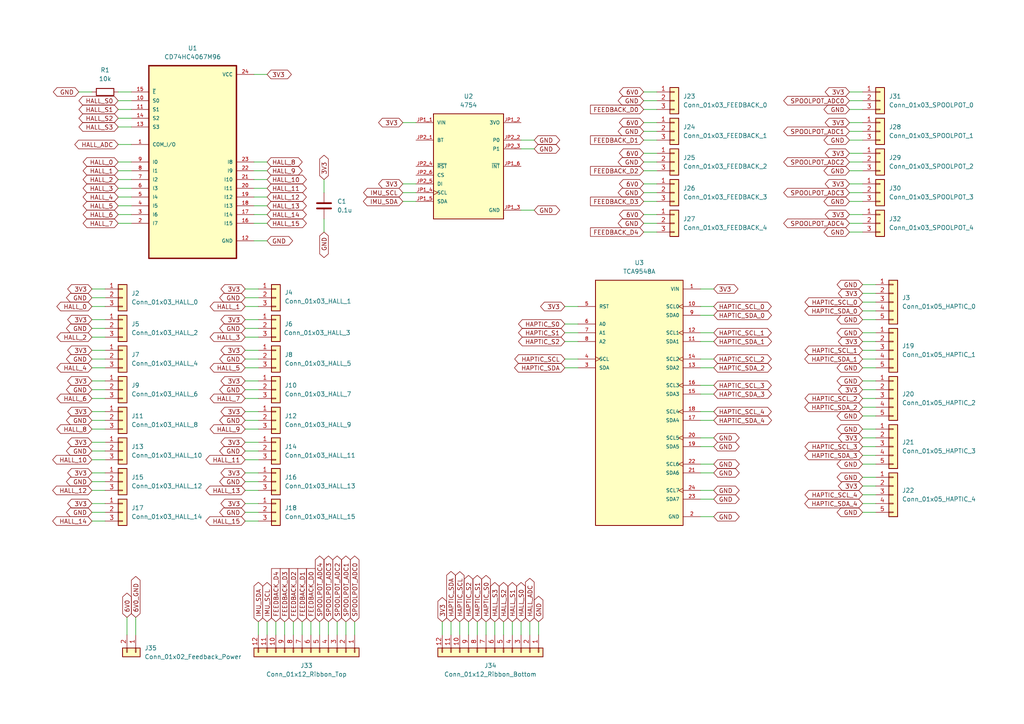
<source format=kicad_sch>
(kicad_sch (version 20231120) (generator "eeschema") (generator_version "8.0")
  (paper "A4")
  (wire (pts (xy 116.84 35.56) (xy 120.65 35.56)))
  (wire (pts (xy 26.67 88.9) (xy 30.48 88.9)))
  (wire (pts (xy 146.05 180.34) (xy 146.05 184.15)))
  (wire (pts (xy 34.29 31.75) (xy 38.1 31.75)))
  (wire (pts (xy 34.29 29.21) (xy 38.1 29.21)))
  (wire (pts (xy 153.67 180.34) (xy 153.67 184.15)))
  (wire (pts (xy 73.66 64.77) (xy 77.47 64.77)))
  (wire (pts (xy 203.2 114.3) (xy 207.01 114.3)))
  (wire (pts (xy 250.19 118.11) (xy 254 118.11)))
  (wire (pts (xy 250.19 124.46) (xy 254 124.46)))
  (wire (pts (xy 26.67 115.57) (xy 30.48 115.57)))
  (wire (pts (xy 135.89 180.34) (xy 135.89 184.15)))
  (wire (pts (xy 71.12 101.6) (xy 74.93 101.6)))
  (wire (pts (xy 143.51 180.34) (xy 143.51 184.15)))
  (wire (pts (xy 34.29 36.83) (xy 38.1 36.83)))
  (wire (pts (xy 246.38 67.31) (xy 250.19 67.31)))
  (wire (pts (xy 73.66 21.59) (xy 77.47 21.59)))
  (wire (pts (xy 26.67 95.25) (xy 30.48 95.25)))
  (wire (pts (xy 73.66 62.23) (xy 77.47 62.23)))
  (wire (pts (xy 203.2 127) (xy 207.01 127)))
  (wire (pts (xy 246.38 53.34) (xy 250.19 53.34)))
  (wire (pts (xy 130.81 180.34) (xy 130.81 184.15)))
  (wire (pts (xy 250.19 96.52) (xy 254 96.52)))
  (wire (pts (xy 203.2 121.92) (xy 207.01 121.92)))
  (wire (pts (xy 250.19 143.51) (xy 254 143.51)))
  (wire (pts (xy 71.12 88.9) (xy 74.93 88.9)))
  (wire (pts (xy 203.2 134.62) (xy 207.01 134.62)))
  (wire (pts (xy 203.2 144.78) (xy 207.01 144.78)))
  (wire (pts (xy 246.38 62.23) (xy 250.19 62.23)))
  (wire (pts (xy 71.12 139.7) (xy 74.93 139.7)))
  (wire (pts (xy 186.69 53.34) (xy 190.5 53.34)))
  (wire (pts (xy 156.21 180.34) (xy 156.21 184.15)))
  (wire (pts (xy 203.2 99.06) (xy 207.01 99.06)))
  (wire (pts (xy 95.25 180.34) (xy 95.25 184.15)))
  (wire (pts (xy 26.67 151.13) (xy 30.48 151.13)))
  (wire (pts (xy 186.69 26.67) (xy 190.5 26.67)))
  (wire (pts (xy 186.69 67.31) (xy 190.5 67.31)))
  (wire (pts (xy 77.47 180.34) (xy 77.47 184.15)))
  (wire (pts (xy 73.66 46.99) (xy 77.47 46.99)))
  (wire (pts (xy 102.87 180.34) (xy 102.87 184.15)))
  (wire (pts (xy 71.12 113.03) (xy 74.93 113.03)))
  (wire (pts (xy 34.29 62.23) (xy 38.1 62.23)))
  (wire (pts (xy 26.67 86.36) (xy 30.48 86.36)))
  (wire (pts (xy 186.69 58.42) (xy 190.5 58.42)))
  (wire (pts (xy 250.19 120.65) (xy 254 120.65)))
  (wire (pts (xy 93.98 52.07) (xy 93.98 55.88)))
  (wire (pts (xy 246.38 26.67) (xy 250.19 26.67)))
  (wire (pts (xy 71.12 124.46) (xy 74.93 124.46)))
  (wire (pts (xy 34.29 54.61) (xy 38.1 54.61)))
  (wire (pts (xy 203.2 119.38) (xy 207.01 119.38)))
  (wire (pts (xy 36.83 179.07) (xy 36.83 184.15)))
  (wire (pts (xy 26.67 139.7) (xy 30.48 139.7)))
  (wire (pts (xy 246.38 38.1) (xy 250.19 38.1)))
  (wire (pts (xy 71.12 95.25) (xy 74.93 95.25)))
  (wire (pts (xy 26.67 133.35) (xy 30.48 133.35)))
  (wire (pts (xy 203.2 91.44) (xy 207.01 91.44)))
  (wire (pts (xy 26.67 148.59) (xy 30.48 148.59)))
  (wire (pts (xy 186.69 31.75) (xy 190.5 31.75)))
  (wire (pts (xy 26.67 121.92) (xy 30.48 121.92)))
  (wire (pts (xy 250.19 115.57) (xy 254 115.57)))
  (wire (pts (xy 73.66 57.15) (xy 77.47 57.15)))
  (wire (pts (xy 203.2 104.14) (xy 207.01 104.14)))
  (wire (pts (xy 151.13 43.18) (xy 154.94 43.18)))
  (wire (pts (xy 71.12 148.59) (xy 74.93 148.59)))
  (wire (pts (xy 250.19 106.68) (xy 254 106.68)))
  (wire (pts (xy 26.67 101.6) (xy 30.48 101.6)))
  (wire (pts (xy 250.19 113.03) (xy 254 113.03)))
  (wire (pts (xy 97.79 180.34) (xy 97.79 184.15)))
  (wire (pts (xy 246.38 55.88) (xy 250.19 55.88)))
  (wire (pts (xy 34.29 52.07) (xy 38.1 52.07)))
  (wire (pts (xy 250.19 148.59) (xy 254 148.59)))
  (wire (pts (xy 246.38 46.99) (xy 250.19 46.99)))
  (wire (pts (xy 250.19 140.97) (xy 254 140.97)))
  (wire (pts (xy 186.69 55.88) (xy 190.5 55.88)))
  (wire (pts (xy 34.29 59.69) (xy 38.1 59.69)))
  (wire (pts (xy 203.2 88.9) (xy 207.01 88.9)))
  (wire (pts (xy 246.38 49.53) (xy 250.19 49.53)))
  (wire (pts (xy 82.55 180.34) (xy 82.55 184.15)))
  (wire (pts (xy 71.12 106.68) (xy 74.93 106.68)))
  (wire (pts (xy 34.29 57.15) (xy 38.1 57.15)))
  (wire (pts (xy 151.13 60.96) (xy 154.94 60.96)))
  (wire (pts (xy 250.19 127) (xy 254 127)))
  (wire (pts (xy 138.43 180.34) (xy 138.43 184.15)))
  (wire (pts (xy 71.12 128.27) (xy 74.93 128.27)))
  (wire (pts (xy 26.67 137.16) (xy 30.48 137.16)))
  (wire (pts (xy 74.93 180.34) (xy 74.93 184.15)))
  (wire (pts (xy 250.19 138.43) (xy 254 138.43)))
  (wire (pts (xy 80.01 180.34) (xy 80.01 184.15)))
  (wire (pts (xy 26.67 104.14) (xy 30.48 104.14)))
  (wire (pts (xy 71.12 110.49) (xy 74.93 110.49)))
  (wire (pts (xy 71.12 97.79) (xy 74.93 97.79)))
  (wire (pts (xy 71.12 115.57) (xy 74.93 115.57)))
  (wire (pts (xy 186.69 49.53) (xy 190.5 49.53)))
  (wire (pts (xy 73.66 52.07) (xy 77.47 52.07)))
  (wire (pts (xy 71.12 133.35) (xy 74.93 133.35)))
  (wire (pts (xy 250.19 110.49) (xy 254 110.49)))
  (wire (pts (xy 34.29 41.91) (xy 38.1 41.91)))
  (wire (pts (xy 250.19 104.14) (xy 254 104.14)))
  (wire (pts (xy 34.29 34.29) (xy 38.1 34.29)))
  (wire (pts (xy 203.2 129.54) (xy 207.01 129.54)))
  (wire (pts (xy 186.69 44.45) (xy 190.5 44.45)))
  (wire (pts (xy 90.17 180.34) (xy 90.17 184.15)))
  (wire (pts (xy 34.29 26.67) (xy 38.1 26.67)))
  (wire (pts (xy 71.12 119.38) (xy 74.93 119.38)))
  (wire (pts (xy 116.84 53.34) (xy 120.65 53.34)))
  (wire (pts (xy 163.83 104.14) (xy 167.64 104.14)))
  (wire (pts (xy 71.12 130.81) (xy 74.93 130.81)))
  (wire (pts (xy 246.38 29.21) (xy 250.19 29.21)))
  (wire (pts (xy 116.84 58.42) (xy 120.65 58.42)))
  (wire (pts (xy 250.19 132.08) (xy 254 132.08)))
  (wire (pts (xy 250.19 92.71) (xy 254 92.71)))
  (wire (pts (xy 186.69 40.64) (xy 190.5 40.64)))
  (wire (pts (xy 71.12 142.24) (xy 74.93 142.24)))
  (wire (pts (xy 34.29 49.53) (xy 38.1 49.53)))
  (wire (pts (xy 163.83 99.06) (xy 167.64 99.06)))
  (wire (pts (xy 186.69 29.21) (xy 190.5 29.21)))
  (wire (pts (xy 203.2 149.86) (xy 207.01 149.86)))
  (wire (pts (xy 246.38 31.75) (xy 250.19 31.75)))
  (wire (pts (xy 246.38 58.42) (xy 250.19 58.42)))
  (wire (pts (xy 22.86 26.67) (xy 26.67 26.67)))
  (wire (pts (xy 186.69 64.77) (xy 190.5 64.77)))
  (wire (pts (xy 26.67 142.24) (xy 30.48 142.24)))
  (wire (pts (xy 250.19 101.6) (xy 254 101.6)))
  (wire (pts (xy 250.19 82.55) (xy 254 82.55)))
  (wire (pts (xy 163.83 88.9) (xy 167.64 88.9)))
  (wire (pts (xy 26.67 128.27) (xy 30.48 128.27)))
  (wire (pts (xy 71.12 146.05) (xy 74.93 146.05)))
  (wire (pts (xy 186.69 62.23) (xy 190.5 62.23)))
  (wire (pts (xy 203.2 142.24) (xy 207.01 142.24)))
  (wire (pts (xy 151.13 40.64) (xy 154.94 40.64)))
  (wire (pts (xy 250.19 134.62) (xy 254 134.62)))
  (wire (pts (xy 26.67 119.38) (xy 30.48 119.38)))
  (wire (pts (xy 71.12 121.92) (xy 74.93 121.92)))
  (wire (pts (xy 73.66 69.85) (xy 77.47 69.85)))
  (wire (pts (xy 71.12 92.71) (xy 74.93 92.71)))
  (wire (pts (xy 26.67 97.79) (xy 30.48 97.79)))
  (wire (pts (xy 203.2 83.82) (xy 207.01 83.82)))
  (wire (pts (xy 250.19 85.09) (xy 254 85.09)))
  (wire (pts (xy 186.69 38.1) (xy 190.5 38.1)))
  (wire (pts (xy 26.67 106.68) (xy 30.48 106.68)))
  (wire (pts (xy 203.2 106.68) (xy 207.01 106.68)))
  (wire (pts (xy 26.67 110.49) (xy 30.48 110.49)))
  (wire (pts (xy 85.09 180.34) (xy 85.09 184.15)))
  (wire (pts (xy 151.13 180.34) (xy 151.13 184.15)))
  (wire (pts (xy 71.12 104.14) (xy 74.93 104.14)))
  (wire (pts (xy 26.67 146.05) (xy 30.48 146.05)))
  (wire (pts (xy 116.84 55.88) (xy 120.65 55.88)))
  (wire (pts (xy 87.63 180.34) (xy 87.63 184.15)))
  (wire (pts (xy 71.12 137.16) (xy 74.93 137.16)))
  (wire (pts (xy 100.33 180.34) (xy 100.33 184.15)))
  (wire (pts (xy 148.59 180.34) (xy 148.59 184.15)))
  (wire (pts (xy 203.2 137.16) (xy 207.01 137.16)))
  (wire (pts (xy 26.67 130.81) (xy 30.48 130.81)))
  (wire (pts (xy 92.71 180.34) (xy 92.71 184.15)))
  (wire (pts (xy 203.2 96.52) (xy 207.01 96.52)))
  (wire (pts (xy 26.67 92.71) (xy 30.48 92.71)))
  (wire (pts (xy 71.12 83.82) (xy 74.93 83.82)))
  (wire (pts (xy 250.19 90.17) (xy 254 90.17)))
  (wire (pts (xy 34.29 64.77) (xy 38.1 64.77)))
  (wire (pts (xy 186.69 46.99) (xy 190.5 46.99)))
  (wire (pts (xy 71.12 151.13) (xy 74.93 151.13)))
  (wire (pts (xy 250.19 99.06) (xy 254 99.06)))
  (wire (pts (xy 39.37 179.07) (xy 39.37 184.15)))
  (wire (pts (xy 93.98 63.5) (xy 93.98 67.31)))
  (wire (pts (xy 203.2 111.76) (xy 207.01 111.76)))
  (wire (pts (xy 246.38 44.45) (xy 250.19 44.45)))
  (wire (pts (xy 26.67 124.46) (xy 30.48 124.46)))
  (wire (pts (xy 250.19 146.05) (xy 254 146.05)))
  (wire (pts (xy 128.27 180.34) (xy 128.27 184.15)))
  (wire (pts (xy 71.12 86.36) (xy 74.93 86.36)))
  (wire (pts (xy 73.66 49.53) (xy 77.47 49.53)))
  (wire (pts (xy 133.35 180.34) (xy 133.35 184.15)))
  (wire (pts (xy 250.19 87.63) (xy 254 87.63)))
  (wire (pts (xy 140.97 180.34) (xy 140.97 184.15)))
  (wire (pts (xy 163.83 106.68) (xy 167.64 106.68)))
  (wire (pts (xy 246.38 64.77) (xy 250.19 64.77)))
  (wire (pts (xy 250.19 129.54) (xy 254 129.54)))
  (wire (pts (xy 163.83 96.52) (xy 167.64 96.52)))
  (wire (pts (xy 163.83 93.98) (xy 167.64 93.98)))
  (wire (pts (xy 246.38 35.56) (xy 250.19 35.56)))
  (wire (pts (xy 186.69 35.56) (xy 190.5 35.56)))
  (wire (pts (xy 34.29 46.99) (xy 38.1 46.99)))
  (wire (pts (xy 73.66 54.61) (xy 77.47 54.61)))
  (wire (pts (xy 246.38 40.64) (xy 250.19 40.64)))
  (wire (pts (xy 26.67 83.82) (xy 30.48 83.82)))
  (wire (pts (xy 73.66 59.69) (xy 77.47 59.69)))
  (wire (pts (xy 26.67 113.03) (xy 30.48 113.03)))
  (global_label "HAPTIC_SCL_2" (shape bidirectional) (at 250.19 115.57 180) (property "Intersheetrefs" "${INTERSHEET_REFS}" (effects (hide yes))))
  (global_label "HALL_11" (shape bidirectional) (at 77.47 54.61 0) (property "Intersheetrefs" "${INTERSHEET_REFS}" (effects (hide yes))))
  (global_label "HAPTIC_SDA_2" (shape bidirectional) (at 250.19 118.11 180) (property "Intersheetrefs" "${INTERSHEET_REFS}" (effects (hide yes))))
  (global_label "3V3" (shape bidirectional) (at 250.19 113.03 180) (property "Intersheetrefs" "${INTERSHEET_REFS}" (effects (hide yes))))
  (global_label "HAPTIC_SCL_0" (shape bidirectional) (at 250.19 87.63 180) (property "Intersheetrefs" "${INTERSHEET_REFS}" (effects (hide yes))))
  (global_label "FEEDBACK_D4" (shape input) (at 80.01 180.34 90) (property "Intersheetrefs" "${INTERSHEET_REFS}" (effects (hide yes))))
  (global_label "HALL_4" (shape bidirectional) (at 26.67 106.68 180) (property "Intersheetrefs" "${INTERSHEET_REFS}" (effects (hide yes))))
  (global_label "GND" (shape bidirectional) (at 250.19 110.49 180) (property "Intersheetrefs" "${INTERSHEET_REFS}" (effects (hide yes))))
  (global_label "HAPTIC_SDA_1" (shape bidirectional) (at 207.01 99.06 0) (property "Intersheetrefs" "${INTERSHEET_REFS}" (effects (hide yes))))
  (global_label "3V3" (shape bidirectional) (at 26.67 92.71 180) (property "Intersheetrefs" "${INTERSHEET_REFS}" (effects (hide yes))))
  (global_label "HALL_2" (shape bidirectional) (at 34.29 52.07 180) (property "Intersheetrefs" "${INTERSHEET_REFS}" (effects (hide yes))))
  (global_label "HALL_5" (shape bidirectional) (at 71.12 106.68 180) (property "Intersheetrefs" "${INTERSHEET_REFS}" (effects (hide yes))))
  (global_label "3V3" (shape bidirectional) (at 116.84 35.56 180) (property "Intersheetrefs" "${INTERSHEET_REFS}" (effects (hide yes))))
  (global_label "3V3" (shape bidirectional) (at 246.38 35.56 180) (property "Intersheetrefs" "${INTERSHEET_REFS}" (effects (hide yes))))
  (global_label "3V3" (shape bidirectional) (at 26.67 146.05 180) (property "Intersheetrefs" "${INTERSHEET_REFS}" (effects (hide yes))))
  (global_label "GND" (shape bidirectional) (at 71.12 148.59 180) (property "Intersheetrefs" "${INTERSHEET_REFS}" (effects (hide yes))))
  (global_label "GND" (shape bidirectional) (at 250.19 82.55 180) (property "Intersheetrefs" "${INTERSHEET_REFS}" (effects (hide yes))))
  (global_label "GND" (shape bidirectional) (at 26.67 95.25 180) (property "Intersheetrefs" "${INTERSHEET_REFS}" (effects (hide yes))))
  (global_label "HALL_ADC" (shape bidirectional) (at 153.67 180.34 90) (property "Intersheetrefs" "${INTERSHEET_REFS}" (effects (hide yes))))
  (global_label "SPOOLPOT_ADC3" (shape bidirectional) (at 95.25 180.34 90) (property "Intersheetrefs" "${INTERSHEET_REFS}" (effects (hide yes))))
  (global_label "HALL_12" (shape bidirectional) (at 77.47 57.15 0) (property "Intersheetrefs" "${INTERSHEET_REFS}" (effects (hide yes))))
  (global_label "GND" (shape bidirectional) (at 26.67 104.14 180) (property "Intersheetrefs" "${INTERSHEET_REFS}" (effects (hide yes))))
  (global_label "GND" (shape bidirectional) (at 186.69 38.1 180) (property "Intersheetrefs" "${INTERSHEET_REFS}" (effects (hide yes))))
  (global_label "GND" (shape bidirectional) (at 22.86 26.67 180) (property "Intersheetrefs" "${INTERSHEET_REFS}" (effects (hide yes))))
  (global_label "3V3" (shape bidirectional) (at 246.38 44.45 180) (property "Intersheetrefs" "${INTERSHEET_REFS}" (effects (hide yes))))
  (global_label "HALL_S1" (shape bidirectional) (at 34.29 31.75 180) (property "Intersheetrefs" "${INTERSHEET_REFS}" (effects (hide yes))))
  (global_label "IMU_SDA" (shape bidirectional) (at 74.93 180.34 90) (property "Intersheetrefs" "${INTERSHEET_REFS}" (effects (hide yes))))
  (global_label "GND" (shape bidirectional) (at 246.38 49.53 180) (property "Intersheetrefs" "${INTERSHEET_REFS}" (effects (hide yes))))
  (global_label "3V3" (shape bidirectional) (at 77.47 21.59 0) (property "Intersheetrefs" "${INTERSHEET_REFS}" (effects (hide yes))))
  (global_label "SPOOLPOT_ADC0" (shape bidirectional) (at 246.38 29.21 180) (property "Intersheetrefs" "${INTERSHEET_REFS}" (effects (hide yes))))
  (global_label "3V3" (shape bidirectional) (at 71.12 83.82 180) (property "Intersheetrefs" "${INTERSHEET_REFS}" (effects (hide yes))))
  (global_label "GND" (shape bidirectional) (at 246.38 58.42 180) (property "Intersheetrefs" "${INTERSHEET_REFS}" (effects (hide yes))))
  (global_label "GND" (shape bidirectional) (at 246.38 31.75 180) (property "Intersheetrefs" "${INTERSHEET_REFS}" (effects (hide yes))))
  (global_label "3V3" (shape bidirectional) (at 71.12 137.16 180) (property "Intersheetrefs" "${INTERSHEET_REFS}" (effects (hide yes))))
  (global_label "3V3" (shape bidirectional) (at 71.12 119.38 180) (property "Intersheetrefs" "${INTERSHEET_REFS}" (effects (hide yes))))
  (global_label "SPOOLPOT_ADC3" (shape bidirectional) (at 246.38 55.88 180) (property "Intersheetrefs" "${INTERSHEET_REFS}" (effects (hide yes))))
  (global_label "GND" (shape bidirectional) (at 250.19 138.43 180) (property "Intersheetrefs" "${INTERSHEET_REFS}" (effects (hide yes))))
  (global_label "GND" (shape bidirectional) (at 156.21 180.34 90) (property "Intersheetrefs" "${INTERSHEET_REFS}" (effects (hide yes))))
  (global_label "3V3" (shape bidirectional) (at 128.27 180.34 90) (property "Intersheetrefs" "${INTERSHEET_REFS}" (effects (hide yes))))
  (global_label "3V3" (shape bidirectional) (at 26.67 101.6 180) (property "Intersheetrefs" "${INTERSHEET_REFS}" (effects (hide yes))))
  (global_label "HALL_4" (shape bidirectional) (at 34.29 57.15 180) (property "Intersheetrefs" "${INTERSHEET_REFS}" (effects (hide yes))))
  (global_label "GND" (shape bidirectional) (at 207.01 137.16 0) (property "Intersheetrefs" "${INTERSHEET_REFS}" (effects (hide yes))))
  (global_label "6V0" (shape bidirectional) (at 186.69 62.23 180) (property "Intersheetrefs" "${INTERSHEET_REFS}" (effects (hide yes))))
  (global_label "GND" (shape bidirectional) (at 207.01 127 0) (property "Intersheetrefs" "${INTERSHEET_REFS}" (effects (hide yes))))
  (global_label "FEEDBACK_D1" (shape input) (at 87.63 180.34 90) (property "Intersheetrefs" "${INTERSHEET_REFS}" (effects (hide yes))))
  (global_label "HALL_5" (shape bidirectional) (at 34.29 59.69 180) (property "Intersheetrefs" "${INTERSHEET_REFS}" (effects (hide yes))))
  (global_label "GND" (shape bidirectional) (at 246.38 67.31 180) (property "Intersheetrefs" "${INTERSHEET_REFS}" (effects (hide yes))))
  (global_label "SPOOLPOT_ADC4" (shape bidirectional) (at 92.71 180.34 90) (property "Intersheetrefs" "${INTERSHEET_REFS}" (effects (hide yes))))
  (global_label "HALL_S1" (shape bidirectional) (at 148.59 180.34 90) (property "Intersheetrefs" "${INTERSHEET_REFS}" (effects (hide yes))))
  (global_label "HALL_S0" (shape bidirectional) (at 151.13 180.34 90) (property "Intersheetrefs" "${INTERSHEET_REFS}" (effects (hide yes))))
  (global_label "GND" (shape bidirectional) (at 71.12 139.7 180) (property "Intersheetrefs" "${INTERSHEET_REFS}" (effects (hide yes))))
  (global_label "IMU_SDA" (shape bidirectional) (at 116.84 58.42 180) (property "Intersheetrefs" "${INTERSHEET_REFS}" (effects (hide yes))))
  (global_label "3V3" (shape bidirectional) (at 71.12 128.27 180) (property "Intersheetrefs" "${INTERSHEET_REFS}" (effects (hide yes))))
  (global_label "3V3" (shape bidirectional) (at 246.38 62.23 180) (property "Intersheetrefs" "${INTERSHEET_REFS}" (effects (hide yes))))
  (global_label "GND" (shape bidirectional) (at 186.69 64.77 180) (property "Intersheetrefs" "${INTERSHEET_REFS}" (effects (hide yes))))
  (global_label "HALL_8" (shape bidirectional) (at 77.47 46.99 0) (property "Intersheetrefs" "${INTERSHEET_REFS}" (effects (hide yes))))
  (global_label "HAPTIC_SDA_0" (shape bidirectional) (at 250.19 90.17 180) (property "Intersheetrefs" "${INTERSHEET_REFS}" (effects (hide yes))))
  (global_label "3V3" (shape bidirectional) (at 250.19 99.06 180) (property "Intersheetrefs" "${INTERSHEET_REFS}" (effects (hide yes))))
  (global_label "HALL_13" (shape bidirectional) (at 71.12 142.24 180) (property "Intersheetrefs" "${INTERSHEET_REFS}" (effects (hide yes))))
  (global_label "GND" (shape bidirectional) (at 186.69 29.21 180) (property "Intersheetrefs" "${INTERSHEET_REFS}" (effects (hide yes))))
  (global_label "GND" (shape bidirectional) (at 207.01 129.54 0) (property "Intersheetrefs" "${INTERSHEET_REFS}" (effects (hide yes))))
  (global_label "FEEDBACK_D0" (shape input) (at 90.17 180.34 90) (property "Intersheetrefs" "${INTERSHEET_REFS}" (effects (hide yes))))
  (global_label "FEEDBACK_D0" (shape input) (at 186.69 31.75 180) (property "Intersheetrefs" "${INTERSHEET_REFS}" (effects (hide yes))))
  (global_label "HALL_7" (shape bidirectional) (at 71.12 115.57 180) (property "Intersheetrefs" "${INTERSHEET_REFS}" (effects (hide yes))))
  (global_label "HAPTIC_SDA" (shape bidirectional) (at 163.83 106.68 180) (property "Intersheetrefs" "${INTERSHEET_REFS}" (effects (hide yes))))
  (global_label "HALL_9" (shape bidirectional) (at 71.12 124.46 180) (property "Intersheetrefs" "${INTERSHEET_REFS}" (effects (hide yes))))
  (global_label "3V3" (shape bidirectional) (at 93.98 52.07 90) (property "Intersheetrefs" "${INTERSHEET_REFS}" (effects (hide yes))))
  (global_label "3V3" (shape bidirectional) (at 116.84 53.34 180) (property "Intersheetrefs" "${INTERSHEET_REFS}" (effects (hide yes))))
  (global_label "HAPTIC_SCL" (shape bidirectional) (at 133.35 180.34 90) (property "Intersheetrefs" "${INTERSHEET_REFS}" (effects (hide yes))))
  (global_label "GND" (shape bidirectional) (at 250.19 106.68 180) (property "Intersheetrefs" "${INTERSHEET_REFS}" (effects (hide yes))))
  (global_label "HALL_S2" (shape bidirectional) (at 34.29 34.29 180) (property "Intersheetrefs" "${INTERSHEET_REFS}" (effects (hide yes))))
  (global_label "GND" (shape bidirectional) (at 71.12 121.92 180) (property "Intersheetrefs" "${INTERSHEET_REFS}" (effects (hide yes))))
  (global_label "6V0" (shape bidirectional) (at 36.83 179.07 90) (property "Intersheetrefs" "${INTERSHEET_REFS}" (effects (hide yes))))
  (global_label "HAPTIC_S2" (shape bidirectional) (at 163.83 99.06 180) (property "Intersheetrefs" "${INTERSHEET_REFS}" (effects (hide yes))))
  (global_label "GND" (shape bidirectional) (at 207.01 134.62 0) (property "Intersheetrefs" "${INTERSHEET_REFS}" (effects (hide yes))))
  (global_label "6V0" (shape bidirectional) (at 186.69 35.56 180) (property "Intersheetrefs" "${INTERSHEET_REFS}" (effects (hide yes))))
  (global_label "HAPTIC_S0" (shape bidirectional) (at 140.97 180.34 90) (property "Intersheetrefs" "${INTERSHEET_REFS}" (effects (hide yes))))
  (global_label "HALL_3" (shape bidirectional) (at 34.29 54.61 180) (property "Intersheetrefs" "${INTERSHEET_REFS}" (effects (hide yes))))
  (global_label "GND" (shape bidirectional) (at 250.19 124.46 180) (property "Intersheetrefs" "${INTERSHEET_REFS}" (effects (hide yes))))
  (global_label "HALL_6" (shape bidirectional) (at 34.29 62.23 180) (property "Intersheetrefs" "${INTERSHEET_REFS}" (effects (hide yes))))
  (global_label "HAPTIC_SCL_0" (shape bidirectional) (at 207.01 88.9 0) (property "Intersheetrefs" "${INTERSHEET_REFS}" (effects (hide yes))))
  (global_label "3V3" (shape bidirectional) (at 26.67 119.38 180) (property "Intersheetrefs" "${INTERSHEET_REFS}" (effects (hide yes))))
  (global_label "HALL_8" (shape bidirectional) (at 26.67 124.46 180) (property "Intersheetrefs" "${INTERSHEET_REFS}" (effects (hide yes))))
  (global_label "GND" (shape bidirectional) (at 26.67 113.03 180) (property "Intersheetrefs" "${INTERSHEET_REFS}" (effects (hide yes))))
  (global_label "HAPTIC_S2" (shape bidirectional) (at 135.89 180.34 90) (property "Intersheetrefs" "${INTERSHEET_REFS}" (effects (hide yes))))
  (global_label "HALL_14" (shape bidirectional) (at 77.47 62.23 0) (property "Intersheetrefs" "${INTERSHEET_REFS}" (effects (hide yes))))
  (global_label "GND" (shape bidirectional) (at 207.01 142.24 0) (property "Intersheetrefs" "${INTERSHEET_REFS}" (effects (hide yes))))
  (global_label "IMU_SCL" (shape bidirectional) (at 116.84 55.88 180) (property "Intersheetrefs" "${INTERSHEET_REFS}" (effects (hide yes))))
  (global_label "HALL_15" (shape bidirectional) (at 77.47 64.77 0) (property "Intersheetrefs" "${INTERSHEET_REFS}" (effects (hide yes))))
  (global_label "GND" (shape bidirectional) (at 71.12 113.03 180) (property "Intersheetrefs" "${INTERSHEET_REFS}" (effects (hide yes))))
  (global_label "HALL_6" (shape bidirectional) (at 26.67 115.57 180) (property "Intersheetrefs" "${INTERSHEET_REFS}" (effects (hide yes))))
  (global_label "HALL_ADC" (shape bidirectional) (at 34.29 41.91 180) (property "Intersheetrefs" "${INTERSHEET_REFS}" (effects (hide yes))))
  (global_label "FEEDBACK_D4" (shape input) (at 186.69 67.31 180) (property "Intersheetrefs" "${INTERSHEET_REFS}" (effects (hide yes))))
  (global_label "FEEDBACK_D2" (shape input) (at 85.09 180.34 90) (property "Intersheetrefs" "${INTERSHEET_REFS}" (effects (hide yes))))
  (global_label "6V0_GND" (shape bidirectional) (at 39.37 179.07 90) (property "Intersheetrefs" "${INTERSHEET_REFS}" (effects (hide yes))))
  (global_label "HALL_S3" (shape bidirectional) (at 34.29 36.83 180) (property "Intersheetrefs" "${INTERSHEET_REFS}" (effects (hide yes))))
  (global_label "IMU_SCL" (shape bidirectional) (at 77.47 180.34 90) (property "Intersheetrefs" "${INTERSHEET_REFS}" (effects (hide yes))))
  (global_label "HAPTIC_SCL_4" (shape bidirectional) (at 207.01 119.38 0) (property "Intersheetrefs" "${INTERSHEET_REFS}" (effects (hide yes))))
  (global_label "FEEDBACK_D2" (shape input) (at 186.69 49.53 180) (property "Intersheetrefs" "${INTERSHEET_REFS}" (effects (hide yes))))
  (global_label "GND" (shape bidirectional) (at 154.94 60.96 0) (property "Intersheetrefs" "${INTERSHEET_REFS}" (effects (hide yes))))
  (global_label "3V3" (shape bidirectional) (at 71.12 146.05 180) (property "Intersheetrefs" "${INTERSHEET_REFS}" (effects (hide yes))))
  (global_label "3V3" (shape bidirectional) (at 26.67 110.49 180) (property "Intersheetrefs" "${INTERSHEET_REFS}" (effects (hide yes))))
  (global_label "HALL_12" (shape bidirectional) (at 26.67 142.24 180) (property "Intersheetrefs" "${INTERSHEET_REFS}" (effects (hide yes))))
  (global_label "GND" (shape bidirectional) (at 71.12 104.14 180) (property "Intersheetrefs" "${INTERSHEET_REFS}" (effects (hide yes))))
  (global_label "3V3" (shape bidirectional) (at 26.67 83.82 180) (property "Intersheetrefs" "${INTERSHEET_REFS}" (effects (hide yes))))
  (global_label "SPOOLPOT_ADC2" (shape bidirectional) (at 246.38 46.99 180) (property "Intersheetrefs" "${INTERSHEET_REFS}" (effects (hide yes))))
  (global_label "3V3" (shape bidirectional) (at 71.12 101.6 180) (property "Intersheetrefs" "${INTERSHEET_REFS}" (effects (hide yes))))
  (global_label "HAPTIC_SCL_3" (shape bidirectional) (at 250.19 129.54 180) (property "Intersheetrefs" "${INTERSHEET_REFS}" (effects (hide yes))))
  (global_label "HAPTIC_SCL_2" (shape bidirectional) (at 207.01 104.14 0) (property "Intersheetrefs" "${INTERSHEET_REFS}" (effects (hide yes))))
  (global_label "HAPTIC_SCL_3" (shape bidirectional) (at 207.01 111.76 0) (property "Intersheetrefs" "${INTERSHEET_REFS}" (effects (hide yes))))
  (global_label "HAPTIC_SCL_4" (shape bidirectional) (at 250.19 143.51 180) (property "Intersheetrefs" "${INTERSHEET_REFS}" (effects (hide yes))))
  (global_label "6V0" (shape bidirectional) (at 186.69 53.34 180) (property "Intersheetrefs" "${INTERSHEET_REFS}" (effects (hide yes))))
  (global_label "FEEDBACK_D1" (shape input) (at 186.69 40.64 180) (property "Intersheetrefs" "${INTERSHEET_REFS}" (effects (hide yes))))
  (global_label "HALL_S0" (shape bidirectional) (at 34.29 29.21 180) (property "Intersheetrefs" "${INTERSHEET_REFS}" (effects (hide yes))))
  (global_label "HAPTIC_SDA_2" (shape bidirectional) (at 207.01 106.68 0) (property "Intersheetrefs" "${INTERSHEET_REFS}" (effects (hide yes))))
  (global_label "SPOOLPOT_ADC4" (shape bidirectional) (at 246.38 64.77 180) (property "Intersheetrefs" "${INTERSHEET_REFS}" (effects (hide yes))))
  (global_label "GND" (shape bidirectional) (at 250.19 148.59 180) (property "Intersheetrefs" "${INTERSHEET_REFS}" (effects (hide yes))))
  (global_label "HAPTIC_SCL_1" (shape bidirectional) (at 250.19 101.6 180) (property "Intersheetrefs" "${INTERSHEET_REFS}" (effects (hide yes))))
  (global_label "GND" (shape bidirectional) (at 71.12 130.81 180) (property "Intersheetrefs" "${INTERSHEET_REFS}" (effects (hide yes))))
  (global_label "HALL_S3" (shape bidirectional) (at 143.51 180.34 90) (property "Intersheetrefs" "${INTERSHEET_REFS}" (effects (hide yes))))
  (global_label "GND" (shape bidirectional) (at 71.12 95.25 180) (property "Intersheetrefs" "${INTERSHEET_REFS}" (effects (hide yes))))
  (global_label "GND" (shape bidirectional) (at 250.19 120.65 180) (property "Intersheetrefs" "${INTERSHEET_REFS}" (effects (hide yes))))
  (global_label "GND" (shape bidirectional) (at 71.12 86.36 180) (property "Intersheetrefs" "${INTERSHEET_REFS}" (effects (hide yes))))
  (global_label "3V3" (shape bidirectional) (at 163.83 88.9 180) (property "Intersheetrefs" "${INTERSHEET_REFS}" (effects (hide yes))))
  (global_label "HALL_S2" (shape bidirectional) (at 146.05 180.34 90) (property "Intersheetrefs" "${INTERSHEET_REFS}" (effects (hide yes))))
  (global_label "HALL_9" (shape bidirectional) (at 77.47 49.53 0) (property "Intersheetrefs" "${INTERSHEET_REFS}" (effects (hide yes))))
  (global_label "HAPTIC_SDA_0" (shape bidirectional) (at 207.01 91.44 0) (property "Intersheetrefs" "${INTERSHEET_REFS}" (effects (hide yes))))
  (global_label "GND" (shape bidirectional) (at 246.38 40.64 180) (property "Intersheetrefs" "${INTERSHEET_REFS}" (effects (hide yes))))
  (global_label "GND" (shape bidirectional) (at 93.98 67.31 270) (property "Intersheetrefs" "${INTERSHEET_REFS}" (effects (hide yes))))
  (global_label "GND" (shape bidirectional) (at 26.67 148.59 180) (property "Intersheetrefs" "${INTERSHEET_REFS}" (effects (hide yes))))
  (global_label "FEEDBACK_D3" (shape input) (at 82.55 180.34 90) (property "Intersheetrefs" "${INTERSHEET_REFS}" (effects (hide yes))))
  (global_label "3V3" (shape bidirectional) (at 26.67 128.27 180) (property "Intersheetrefs" "${INTERSHEET_REFS}" (effects (hide yes))))
  (global_label "3V3" (shape bidirectional) (at 250.19 127 180) (property "Intersheetrefs" "${INTERSHEET_REFS}" (effects (hide yes))))
  (global_label "3V3" (shape bidirectional) (at 246.38 26.67 180) (property "Intersheetrefs" "${INTERSHEET_REFS}" (effects (hide yes))))
  (global_label "6V0" (shape bidirectional) (at 186.69 44.45 180) (property "Intersheetrefs" "${INTERSHEET_REFS}" (effects (hide yes))))
  (global_label "HAPTIC_S1" (shape bidirectional) (at 163.83 96.52 180) (property "Intersheetrefs" "${INTERSHEET_REFS}" (effects (hide yes))))
  (global_label "HAPTIC_SDA_3" (shape bidirectional) (at 250.19 132.08 180) (property "Intersheetrefs" "${INTERSHEET_REFS}" (effects (hide yes))))
  (global_label "3V3" (shape bidirectional) (at 71.12 110.49 180) (property "Intersheetrefs" "${INTERSHEET_REFS}" (effects (hide yes))))
  (global_label "HALL_11" (shape bidirectional) (at 71.12 133.35 180) (property "Intersheetrefs" "${INTERSHEET_REFS}" (effects (hide yes))))
  (global_label "HALL_10" (shape bidirectional) (at 77.47 52.07 0) (property "Intersheetrefs" "${INTERSHEET_REFS}" (effects (hide yes))))
  (global_label "3V3" (shape bidirectional) (at 246.38 53.34 180) (property "Intersheetrefs" "${INTERSHEET_REFS}" (effects (hide yes))))
  (global_label "HALL_10" (shape bidirectional) (at 26.67 133.35 180) (property "Intersheetrefs" "${INTERSHEET_REFS}" (effects (hide yes))))
  (global_label "GND" (shape bidirectional) (at 77.47 69.85 0) (property "Intersheetrefs" "${INTERSHEET_REFS}" (effects (hide yes))))
  (global_label "SPOOLPOT_ADC1" (shape bidirectional) (at 100.33 180.34 90) (property "Intersheetrefs" "${INTERSHEET_REFS}" (effects (hide yes))))
  (global_label "SPOOLPOT_ADC1" (shape bidirectional) (at 246.38 38.1 180) (property "Intersheetrefs" "${INTERSHEET_REFS}" (effects (hide yes))))
  (global_label "HALL_15" (shape bidirectional) (at 71.12 151.13 180) (property "Intersheetrefs" "${INTERSHEET_REFS}" (effects (hide yes))))
  (global_label "GND" (shape bidirectional) (at 207.01 144.78 0) (property "Intersheetrefs" "${INTERSHEET_REFS}" (effects (hide yes))))
  (global_label "GND" (shape bidirectional) (at 207.01 149.86 0) (property "Intersheetrefs" "${INTERSHEET_REFS}" (effects (hide yes))))
  (global_label "HAPTIC_SDA" (shape bidirectional) (at 130.81 180.34 90) (property "Intersheetrefs" "${INTERSHEET_REFS}" (effects (hide yes))))
  (global_label "HAPTIC_SDA_4" (shape bidirectional) (at 207.01 121.92 0) (property "Intersheetrefs" "${INTERSHEET_REFS}" (effects (hide yes))))
  (global_label "3V3" (shape bidirectional) (at 207.01 83.82 0) (property "Intersheetrefs" "${INTERSHEET_REFS}" (effects (hide yes))))
  (global_label "GND" (shape bidirectional) (at 250.19 92.71 180) (property "Intersheetrefs" "${INTERSHEET_REFS}" (effects (hide yes))))
  (global_label "HALL_1" (shape bidirectional) (at 34.29 49.53 180) (property "Intersheetrefs" "${INTERSHEET_REFS}" (effects (hide yes))))
  (global_label "HAPTIC_SCL_1" (shape bidirectional) (at 207.01 96.52 0) (property "Intersheetrefs" "${INTERSHEET_REFS}" (effects (hide yes))))
  (global_label "3V3" (shape bidirectional) (at 250.19 85.09 180) (property "Intersheetrefs" "${INTERSHEET_REFS}" (effects (hide yes))))
  (global_label "FEEDBACK_D3" (shape input) (at 186.69 58.42 180) (property "Intersheetrefs" "${INTERSHEET_REFS}" (effects (hide yes))))
  (global_label "3V3" (shape bidirectional) (at 71.12 92.71 180) (property "Intersheetrefs" "${INTERSHEET_REFS}" (effects (hide yes))))
  (global_label "GND" (shape bidirectional) (at 186.69 55.88 180) (property "Intersheetrefs" "${INTERSHEET_REFS}" (effects (hide yes))))
  (global_label "HAPTIC_SDA_4" (shape bidirectional) (at 250.19 146.05 180) (property "Intersheetrefs" "${INTERSHEET_REFS}" (effects (hide yes))))
  (global_label "6V0" (shape bidirectional) (at 186.69 26.67 180) (property "Intersheetrefs" "${INTERSHEET_REFS}" (effects (hide yes))))
  (global_label "HALL_1" (shape bidirectional) (at 71.12 88.9 180) (property "Intersheetrefs" "${INTERSHEET_REFS}" (effects (hide yes))))
  (global_label "HALL_0" (shape bidirectional) (at 26.67 88.9 180) (property "Intersheetrefs" "${INTERSHEET_REFS}" (effects (hide yes))))
  (global_label "HALL_2" (shape bidirectional) (at 26.67 97.79 180) (property "Intersheetrefs" "${INTERSHEET_REFS}" (effects (hide yes))))
  (global_label "3V3" (shape bidirectional) (at 26.67 137.16 180) (property "Intersheetrefs" "${INTERSHEET_REFS}" (effects (hide yes))))
  (global_label "HALL_14" (shape bidirectional) (at 26.67 151.13 180) (property "Intersheetrefs" "${INTERSHEET_REFS}" (effects (hide yes))))
  (global_label "GND" (shape bidirectional) (at 154.94 43.18 0) (property "Intersheetrefs" "${INTERSHEET_REFS}" (effects (hide yes))))
  (global_label "HALL_7" (shape bidirectional) (at 34.29 64.77 180) (property "Intersheetrefs" "${INTERSHEET_REFS}" (effects (hide yes))))
  (global_label "SPOOLPOT_ADC2" (shape bidirectional) (at 97.79 180.34 90) (property "Intersheetrefs" "${INTERSHEET_REFS}" (effects (hide yes))))
  (global_label "HAPTIC_SDA_1" (shape bidirectional) (at 250.19 104.14 180) (property "Intersheetrefs" "${INTERSHEET_REFS}" (effects (hide yes))))
  (global_label "GND" (shape bidirectional) (at 250.19 96.52 180) (property "Intersheetrefs" "${INTERSHEET_REFS}" (effects (hide yes))))
  (global_label "GND" (shape bidirectional) (at 26.67 139.7 180) (property "Intersheetrefs" "${INTERSHEET_REFS}" (effects (hide yes))))
  (global_label "HALL_13" (shape bidirectional) (at 77.47 59.69 0) (property "Intersheetrefs" "${INTERSHEET_REFS}" (effects (hide yes))))
  (global_label "HAPTIC_SDA_3" (shape bidirectional) (at 207.01 114.3 0) (property "Intersheetrefs" "${INTERSHEET_REFS}" (effects (hide yes))))
  (global_label "HAPTIC_S0" (shape bidirectional) (at 163.83 93.98 180) (property "Intersheetrefs" "${INTERSHEET_REFS}" (effects (hide yes))))
  (global_label "GND" (shape bidirectional) (at 154.94 40.64 0) (property "Intersheetrefs" "${INTERSHEET_REFS}" (effects (hide yes))))
  (global_label "GND" (shape bidirectional) (at 26.67 121.92 180) (property "Intersheetrefs" "${INTERSHEET_REFS}" (effects (hide yes))))
  (global_label "GND" (shape bidirectional) (at 250.19 134.62 180) (property "Intersheetrefs" "${INTERSHEET_REFS}" (effects (hide yes))))
  (global_label "3V3" (shape bidirectional) (at 250.19 140.97 180) (property "Intersheetrefs" "${INTERSHEET_REFS}" (effects (hide yes))))
  (global_label "HAPTIC_S1" (shape bidirectional) (at 138.43 180.34 90) (property "Intersheetrefs" "${INTERSHEET_REFS}" (effects (hide yes))))
  (global_label "GND" (shape bidirectional) (at 26.67 86.36 180) (property "Intersheetrefs" "${INTERSHEET_REFS}" (effects (hide yes))))
  (global_label "GND" (shape bidirectional) (at 26.67 130.81 180) (property "Intersheetrefs" "${INTERSHEET_REFS}" (effects (hide yes))))
  (global_label "HALL_3" (shape bidirectional) (at 71.12 97.79 180) (property "Intersheetrefs" "${INTERSHEET_REFS}" (effects (hide yes))))
  (global_label "HAPTIC_SCL" (shape bidirectional) (at 163.83 104.14 180) (property "Intersheetrefs" "${INTERSHEET_REFS}" (effects (hide yes))))
  (global_label "HALL_0" (shape bidirectional) (at 34.29 46.99 180) (property "Intersheetrefs" "${INTERSHEET_REFS}" (effects (hide yes))))
  (global_label "SPOOLPOT_ADC0" (shape bidirectional) (at 102.87 180.34 90) (property "Intersheetrefs" "${INTERSHEET_REFS}" (effects (hide yes))))
  (global_label "GND" (shape bidirectional) (at 186.69 46.99 180) (property "Intersheetrefs" "${INTERSHEET_REFS}" (effects (hide yes))))
  (symbol (lib_id "Connector_Generic:Conn_01x03") (at 35.56 104.14 0) (unit 1)
    (property "Reference" "J7" (at 38.1 102.8699 0) (effects (justify left)))
    (property "Value" "Conn_01x03_HALL_4" (at 38.1 105.4099 0) (effects (justify left)))
    (property "Footprint" "SM03B-SRSS-TB:JST_SM03B-SRSS-TB_LF__SN_" (effects (hide yes)))
    (property "Description" "Generic connector, single row, 01x03, script generated (kicad-library-utils/schlib/autogen/connector/)" (effects (hide yes)))
  )
  (symbol (lib_id "Connector_Generic:Conn_01x02") (at 39.37 189.23 270) (unit 1)
    (property "Reference" "J35" (at 41.91 187.9599 90) (effects (justify left)))
    (property "Value" "Conn_01x02_Feedback_Power" (at 41.91 190.4999 90) (effects (justify left)))
    (property "Footprint" "Connector_PinHeader_2.54mm:PinHeader_1x02_P2.54mm_Vertical_SMD_Pin1Left" (effects (hide yes)))
    (property "Description" "Generic connector, single row, 01x02, script generated (kicad-library-utils/schlib/autogen/connector/)" (effects (hide yes)))
  )
  (symbol (lib_id "Connector_Generic:Conn_01x03") (at 35.56 95.25 0) (unit 1)
    (property "Reference" "J5" (at 38.1 93.9799 0) (effects (justify left)))
    (property "Value" "Conn_01x03_HALL_2" (at 38.1 96.5199 0) (effects (justify left)))
    (property "Footprint" "SM03B-SRSS-TB:JST_SM03B-SRSS-TB_LF__SN_" (effects (hide yes)))
    (property "Description" "Generic connector, single row, 01x03, script generated (kicad-library-utils/schlib/autogen/connector/)" (effects (hide yes)))
  )
  (symbol (lib_id "Connector_Generic:Conn_01x03") (at 80.01 130.81 0) (unit 1)
    (property "Reference" "J14" (at 82.55 129.5399 0) (effects (justify left)))
    (property "Value" "Conn_01x03_HALL_11" (at 82.55 132.0799 0) (effects (justify left)))
    (property "Footprint" "SM03B-SRSS-TB:JST_SM03B-SRSS-TB_LF__SN_" (effects (hide yes)))
    (property "Description" "Generic connector, single row, 01x03, script generated (kicad-library-utils/schlib/autogen/connector/)" (effects (hide yes)))
  )
  (symbol (lib_id "Connector_Generic:Conn_01x03") (at 35.56 113.03 0) (unit 1)
    (property "Reference" "J9" (at 38.1 111.7599 0) (effects (justify left)))
    (property "Value" "Conn_01x03_HALL_6" (at 38.1 114.2999 0) (effects (justify left)))
    (property "Footprint" "SM03B-SRSS-TB:JST_SM03B-SRSS-TB_LF__SN_" (effects (hide yes)))
    (property "Description" "Generic connector, single row, 01x03, script generated (kicad-library-utils/schlib/autogen/connector/)" (effects (hide yes)))
  )
  (symbol (lib_id "Connector_Generic:Conn_01x03") (at 35.56 139.7 0) (unit 1)
    (property "Reference" "J15" (at 38.1 138.4299 0) (effects (justify left)))
    (property "Value" "Conn_01x03_HALL_12" (at 38.1 140.9699 0) (effects (justify left)))
    (property "Footprint" "SM03B-SRSS-TB:JST_SM03B-SRSS-TB_LF__SN_" (effects (hide yes)))
    (property "Description" "Generic connector, single row, 01x03, script generated (kicad-library-utils/schlib/autogen/connector/)" (effects (hide yes)))
  )
  (symbol (lib_id "Connector_Generic:Conn_01x12") (at 143.51 189.23 270) (unit 1)
    (property "Reference" "J34" (at 142.24 193.04 90))
    (property "Value" "Conn_01x12_Ribbon_Bottom" (at 142.24 195.58 90))
    (property "Footprint" "0522071233:0522071233" (effects (hide yes)))
    (property "Description" "Generic connector, single row, 01x12, script generated (kicad-library-utils/schlib/autogen/connector/)" (effects (hide yes)))
  )
  (symbol (lib_id "Connector_Generic:Conn_01x03") (at 195.58 64.77 0) (unit 1)
    (property "Reference" "J27" (at 198.12 63.4999 0) (effects (justify left)))
    (property "Value" "Conn_01x03_FEEDBACK_4" (at 198.12 66.0399 0) (effects (justify left)))
    (property "Footprint" "SM03B-SRSS-TB:JST_SM03B-SRSS-TB_LF__SN_" (effects (hide yes)))
    (property "Description" "Generic connector, single row, 01x03, script generated (kicad-library-utils/schlib/autogen/connector/)" (effects (hide yes)))
  )
  (symbol (lib_id "Connector_Generic:Conn_01x12") (at 90.17 189.23 270) (unit 1)
    (property "Reference" "J33" (at 88.9 193.04 90))
    (property "Value" "Conn_01x12_Ribbon_Top" (at 88.9 195.58 90))
    (property "Footprint" "0522071233:0522071233" (effects (hide yes)))
    (property "Description" "Generic connector, single row, 01x12, script generated (kicad-library-utils/schlib/autogen/connector/)" (effects (hide yes)))
  )
  (symbol (lib_id "Connector_Generic:Conn_01x05") (at 259.08 115.57 0) (unit 1)
    (property "Reference" "J20" (at 261.62 114.2999 0) (effects (justify left)))
    (property "Value" "Conn_01x05_HAPTIC_2" (at 261.62 116.8399 0) (effects (justify left)))
    (property "Footprint" "SM05B-SRSS-TB:JST_SM05B-SRSS-TB_LF__SN_" (effects (hide yes)))
    (property "Description" "Generic connector, single row, 01x05, script generated (kicad-library-utils/schlib/autogen/connector/)" (effects (hide yes)))
  )
  (symbol (lib_id "Connector_Generic:Conn_01x05") (at 259.08 87.63 0) (unit 1)
    (property "Reference" "J3" (at 261.62 86.3599 0) (effects (justify left)))
    (property "Value" "Conn_01x05_HAPTIC_0" (at 261.62 88.8999 0) (effects (justify left)))
    (property "Footprint" "SM05B-SRSS-TB:JST_SM05B-SRSS-TB_LF__SN_" (effects (hide yes)))
    (property "Description" "Generic connector, single row, 01x05, script generated (kicad-library-utils/schlib/autogen/connector/)" (effects (hide yes)))
  )
  (symbol (lib_id "Connector_Generic:Conn_01x03") (at 80.01 104.14 0) (unit 1)
    (property "Reference" "J8" (at 82.55 102.8699 0) (effects (justify left)))
    (property "Value" "Conn_01x03_HALL_5" (at 82.55 105.4099 0) (effects (justify left)))
    (property "Footprint" "SM03B-SRSS-TB:JST_SM03B-SRSS-TB_LF__SN_" (effects (hide yes)))
    (property "Description" "Generic connector, single row, 01x03, script generated (kicad-library-utils/schlib/autogen/connector/)" (effects (hide yes)))
  )
  (symbol (lib_id "Connector_Generic:Conn_01x03") (at 255.27 29.21 0) (unit 1)
    (property "Reference" "J31" (at 257.81 27.9399 0) (effects (justify left)))
    (property "Value" "Conn_01x03_SPOOLPOT_0" (at 257.81 30.4799 0) (effects (justify left)))
    (property "Footprint" "SM03B-SRSS-TB:JST_SM03B-SRSS-TB_LF__SN_" (effects (hide yes)))
    (property "Description" "Generic connector, single row, 01x03, script generated (kicad-library-utils/schlib/autogen/connector/)" (effects (hide yes)))
  )
  (symbol (lib_id "Connector_Generic:Conn_01x05") (at 259.08 129.54 0) (unit 1)
    (property "Reference" "J21" (at 261.62 128.2699 0) (effects (justify left)))
    (property "Value" "Conn_01x05_HAPTIC_3" (at 261.62 130.8099 0) (effects (justify left)))
    (property "Footprint" "SM05B-SRSS-TB:JST_SM05B-SRSS-TB_LF__SN_" (effects (hide yes)))
    (property "Description" "Generic connector, single row, 01x05, script generated (kicad-library-utils/schlib/autogen/connector/)" (effects (hide yes)))
  )
  (symbol (lib_id "Connector_Generic:Conn_01x05") (at 259.08 143.51 0) (unit 1)
    (property "Reference" "J22" (at 261.62 142.2399 0) (effects (justify left)))
    (property "Value" "Conn_01x05_HAPTIC_4" (at 261.62 144.7799 0) (effects (justify left)))
    (property "Footprint" "SM05B-SRSS-TB:JST_SM05B-SRSS-TB_LF__SN_" (effects (hide yes)))
    (property "Description" "Generic connector, single row, 01x05, script generated (kicad-library-utils/schlib/autogen/connector/)" (effects (hide yes)))
  )
  (symbol (lib_id "Connector_Generic:Conn_01x03") (at 35.56 121.92 0) (unit 1)
    (property "Reference" "J11" (at 38.1 120.6499 0) (effects (justify left)))
    (property "Value" "Conn_01x03_HALL_8" (at 38.1 123.1899 0) (effects (justify left)))
    (property "Footprint" "SM03B-SRSS-TB:JST_SM03B-SRSS-TB_LF__SN_" (effects (hide yes)))
    (property "Description" "Generic connector, single row, 01x03, script generated (kicad-library-utils/schlib/autogen/connector/)" (effects (hide yes)))
  )
  (symbol (lib_id "Connector_Generic:Conn_01x03") (at 80.01 86.36 0) (unit 1)
    (property "Reference" "J4" (at 82.55 84.836 0) (effects (justify left)))
    (property "Value" "Conn_01x03_HALL_1" (at 82.55 87.376 0) (effects (justify left)))
    (property "Footprint" "SM03B-SRSS-TB:JST_SM03B-SRSS-TB_LF__SN_" (effects (hide yes)))
    (property "Description" "Generic connector, single row, 01x03, script generated (kicad-library-utils/schlib/autogen/connector/)" (effects (hide yes)))
  )
  (symbol (lib_id "Connector_Generic:Conn_01x03") (at 255.27 38.1 0) (unit 1)
    (property "Reference" "J28" (at 257.81 36.8299 0) (effects (justify left)))
    (property "Value" "Conn_01x03_SPOOLPOT_1" (at 257.81 39.3699 0) (effects (justify left)))
    (property "Footprint" "SM03B-SRSS-TB:JST_SM03B-SRSS-TB_LF__SN_" (effects (hide yes)))
    (property "Description" "Generic connector, single row, 01x03, script generated (kicad-library-utils/schlib/autogen/connector/)" (effects (hide yes)))
  )
  (symbol (lib_id "CD74HC4067M96:CD74HC4067M96") (at 55.88 46.99 0) (unit 1)
    (property "Reference" "U1" (at 55.88 13.97 0))
    (property "Value" "CD74HC4067M96" (at 55.88 16.51 0))
    (property "Footprint" "CD74HC4067M96:SOIC127P1030X265-24N" (effects (hide yes)))
    (property "MF" "Texas Instruments" (effects (hide yes)))
    (property "Description_1" "\n5V, 16:1, single channel analog multiplexer\n" (effects (hide yes)))
    (property "Package" "SOIC-24 Texas Instruments" (effects (hide yes)))
    (property "Price" "None" (effects (hide yes)))
    (property "SnapEDA_Link" "https://www.snapeda.com/parts/CD74HC4067M96/Texas+Instruments/view-part/?ref=snap" (effects (hide yes)))
    (property "MP" "CD74HC4067M96" (effects (hide yes)))
    (property "Availability" "In Stock" (effects (hide yes)))
    (property "Check_prices" "https://www.snapeda.com/parts/CD74HC4067M96/Texas+Instruments/view-part/?ref=eda" (effects (hide yes)))
  )
  (symbol (lib_id "TCA9548A:2717") (at 185.42 116.84 0) (unit 1)
    (property "Reference" "U3" (at 185.42 76.2 0))
    (property "Value" "TCA9548A" (at 185.42 78.74 0))
    (property "Footprint" "TCA9548A:MODULE_2717" (effects (hide yes)))
    (property "MF" "Adafruit" (effects (hide yes)))
    (property "MAXIMUM_PACKAGE_HEIGHT" "2.7mm" (effects (hide yes)))
    (property "Package" "None" (effects (hide yes)))
    (property "Price" "None" (effects (hide yes)))
    (property "Check_prices" "https://www.snapeda.com/parts/2717/Adafruit+Industries+LLC/view-part/?ref=eda" (effects (hide yes)))
    (property "STANDARD" "Manufacturer Recommendations" (effects (hide yes)))
    (property "PARTREV" "Sep 11, 2015" (effects (hide yes)))
    (property "SnapEDA_Link" "https://www.snapeda.com/parts/2717/Adafruit+Industries+LLC/view-part/?ref=snap" (effects (hide yes)))
    (property "MP" "2717" (effects (hide yes)))
    (property "Purchase-URL" "https://www.snapeda.com/api/url_track_click_mouser/?unipart_id=552129&manufacturer=Adafruit&part_name=2717&search_term=None" (effects (hide yes)))
    (property "Description_1" "\nModule: multiplexer; I2C interface multiplexer; TCA9548A; 3÷5VDC\n" (effects (hide yes)))
    (property "MANUFACTURER" "Adafruit" (effects (hide yes)))
    (property "Availability" "In Stock" (effects (hide yes)))
    (property "SNAPEDA_PN" "2717" (effects (hide yes)))
  )
  (symbol (lib_id "Connector_Generic:Conn_01x03") (at 80.01 121.92 0) (unit 1)
    (property "Reference" "J12" (at 82.55 120.6499 0) (effects (justify left)))
    (property "Value" "Conn_01x03_HALL_9" (at 82.55 123.1899 0) (effects (justify left)))
    (property "Footprint" "SM03B-SRSS-TB:JST_SM03B-SRSS-TB_LF__SN_" (effects (hide yes)))
    (property "Description" "Generic connector, single row, 01x03, script generated (kicad-library-utils/schlib/autogen/connector/)" (effects (hide yes)))
  )
  (symbol (lib_id "BNO085:4754") (at 135.89 48.26 0) (unit 1)
    (property "Reference" "U2" (at 135.89 27.94 0))
    (property "Value" "4754" (at 135.89 30.48 0))
    (property "Footprint" "BNO085:MODULE_4754" (effects (hide yes)))
    (property "MF" "Adafruit" (effects (hide yes)))
    (property "MAXIMUM_PACKAGE_HEIGHT" "4.6mm" (effects (hide yes)))
    (property "Package" "None" (effects (hide yes)))
    (property "Price" "None" (effects (hide yes)))
    (property "Check_prices" "https://www.snapeda.com/parts/4754/Adafruit+Industries/view-part/?ref=eda" (effects (hide yes)))
    (property "STANDARD" "Manufacturer Recommendations" (effects (hide yes)))
    (property "PARTREV" "2021-03-16" (effects (hide yes)))
    (property "SnapEDA_Link" "https://www.snapeda.com/parts/4754/Adafruit+Industries/view-part/?ref=snap" (effects (hide yes)))
    (property "MP" "4754" (effects (hide yes)))
    (property "Purchase-URL" "https://www.snapeda.com/api/url_track_click_mouser/?unipart_id=6342982&manufacturer=Adafruit&part_name=4754&search_term=None" (effects (hide yes)))
    (property "Description_1" "\nAdafruit 9-DOF Orientation IMU Fusion Breakout - BNO085 (BNO080) - STEMMA QT / Qwiic\n" (effects (hide yes)))
    (property "MANUFACTURER" "Adafruit" (effects (hide yes)))
    (property "Availability" "In Stock" (effects (hide yes)))
    (property "SNAPEDA_PN" "4754" (effects (hide yes)))
  )
  (symbol (lib_id "Device:R") (at 30.48 26.67 90) (unit 1)
    (property "Reference" "R1" (at 30.48 20.32 90))
    (property "Value" "10k" (at 30.48 22.86 90))
    (property "Footprint" "Resistor_THT:R_Axial_DIN0207_L6.3mm_D2.5mm_P10.16mm_Horizontal" (effects (hide yes)))
    (property "Description" "Resistor" (effects (hide yes)))
  )
  (symbol (lib_id "Connector_Generic:Conn_01x03") (at 35.56 130.81 0) (unit 1)
    (property "Reference" "J13" (at 38.1 129.5399 0) (effects (justify left)))
    (property "Value" "Conn_01x03_HALL_10" (at 38.1 132.0799 0) (effects (justify left)))
    (property "Footprint" "SM03B-SRSS-TB:JST_SM03B-SRSS-TB_LF__SN_" (effects (hide yes)))
    (property "Description" "Generic connector, single row, 01x03, script generated (kicad-library-utils/schlib/autogen/connector/)" (effects (hide yes)))
  )
  (symbol (lib_id "Connector_Generic:Conn_01x03") (at 255.27 64.77 0) (unit 1)
    (property "Reference" "J32" (at 257.81 63.4999 0) (effects (justify left)))
    (property "Value" "Conn_01x03_SPOOLPOT_4" (at 257.81 66.0399 0) (effects (justify left)))
    (property "Footprint" "SM03B-SRSS-TB:JST_SM03B-SRSS-TB_LF__SN_" (effects (hide yes)))
    (property "Description" "Generic connector, single row, 01x03, script generated (kicad-library-utils/schlib/autogen/connector/)" (effects (hide yes)))
  )
  (symbol (lib_id "Connector_Generic:Conn_01x03") (at 35.56 86.36 0) (unit 1)
    (property "Reference" "J2" (at 38.1 85.0899 0) (effects (justify left)))
    (property "Value" "Conn_01x03_HALL_0" (at 38.1 87.6299 0) (effects (justify left)))
    (property "Footprint" "SM03B-SRSS-TB:JST_SM03B-SRSS-TB_LF__SN_" (effects (hide yes)))
    (property "Description" "Generic connector, single row, 01x03, script generated (kicad-library-utils/schlib/autogen/connector/)" (effects (hide yes)))
  )
  (symbol (lib_id "Connector_Generic:Conn_01x03") (at 80.01 113.03 0) (unit 1)
    (property "Reference" "J10" (at 82.55 111.7599 0) (effects (justify left)))
    (property "Value" "Conn_01x03_HALL_7" (at 82.55 114.2999 0) (effects (justify left)))
    (property "Footprint" "SM03B-SRSS-TB:JST_SM03B-SRSS-TB_LF__SN_" (effects (hide yes)))
    (property "Description" "Generic connector, single row, 01x03, script generated (kicad-library-utils/schlib/autogen/connector/)" (effects (hide yes)))
  )
  (symbol (lib_id "Connector_Generic:Conn_01x03") (at 195.58 46.99 0) (unit 1)
    (property "Reference" "J25" (at 198.12 45.7199 0) (effects (justify left)))
    (property "Value" "Conn_01x03_FEEDBACK_2" (at 198.12 48.2599 0) (effects (justify left)))
    (property "Footprint" "SM03B-SRSS-TB:JST_SM03B-SRSS-TB_LF__SN_" (effects (hide yes)))
    (property "Description" "Generic connector, single row, 01x03, script generated (kicad-library-utils/schlib/autogen/connector/)" (effects (hide yes)))
  )
  (symbol (lib_id "Connector_Generic:Conn_01x03") (at 195.58 38.1 0) (unit 1)
    (property "Reference" "J24" (at 198.12 36.8299 0) (effects (justify left)))
    (property "Value" "Conn_01x03_FEEDBACK_1" (at 198.12 39.3699 0) (effects (justify left)))
    (property "Footprint" "SM03B-SRSS-TB:JST_SM03B-SRSS-TB_LF__SN_" (effects (hide yes)))
    (property "Description" "Generic connector, single row, 01x03, script generated (kicad-library-utils/schlib/autogen/connector/)" (effects (hide yes)))
  )
  (symbol (lib_id "Connector_Generic:Conn_01x03") (at 195.58 55.88 0) (unit 1)
    (property "Reference" "J26" (at 198.12 54.6099 0) (effects (justify left)))
    (property "Value" "Conn_01x03_FEEDBACK_3" (at 198.12 57.1499 0) (effects (justify left)))
    (property "Footprint" "SM03B-SRSS-TB:JST_SM03B-SRSS-TB_LF__SN_" (effects (hide yes)))
    (property "Description" "Generic connector, single row, 01x03, script generated (kicad-library-utils/schlib/autogen/connector/)" (effects (hide yes)))
  )
  (symbol (lib_id "Connector_Generic:Conn_01x03") (at 255.27 55.88 0) (unit 1)
    (property "Reference" "J30" (at 257.81 54.6099 0) (effects (justify left)))
    (property "Value" "Conn_01x03_SPOOLPOT_3" (at 257.81 57.1499 0) (effects (justify left)))
    (property "Footprint" "SM03B-SRSS-TB:JST_SM03B-SRSS-TB_LF__SN_" (effects (hide yes)))
    (property "Description" "Generic connector, single row, 01x03, script generated (kicad-library-utils/schlib/autogen/connector/)" (effects (hide yes)))
  )
  (symbol (lib_id "Connector_Generic:Conn_01x03") (at 255.27 46.99 0) (unit 1)
    (property "Reference" "J29" (at 257.81 45.7199 0) (effects (justify left)))
    (property "Value" "Conn_01x03_SPOOLPOT_2" (at 257.81 48.2599 0) (effects (justify left)))
    (property "Footprint" "SM03B-SRSS-TB:JST_SM03B-SRSS-TB_LF__SN_" (effects (hide yes)))
    (property "Description" "Generic connector, single row, 01x03, script generated (kicad-library-utils/schlib/autogen/connector/)" (effects (hide yes)))
  )
  (symbol (lib_id "Connector_Generic:Conn_01x03") (at 80.01 139.7 0) (unit 1)
    (property "Reference" "J16" (at 82.55 138.4299 0) (effects (justify left)))
    (property "Value" "Conn_01x03_HALL_13" (at 82.55 140.9699 0) (effects (justify left)))
    (property "Footprint" "SM03B-SRSS-TB:JST_SM03B-SRSS-TB_LF__SN_" (effects (hide yes)))
    (property "Description" "Generic connector, single row, 01x03, script generated (kicad-library-utils/schlib/autogen/connector/)" (effects (hide yes)))
  )
  (symbol (lib_id "Connector_Generic:Conn_01x03") (at 80.01 95.25 0) (unit 1)
    (property "Reference" "J6" (at 82.55 93.9799 0) (effects (justify left)))
    (property "Value" "Conn_01x03_HALL_3" (at 82.296 96.52 0) (effects (justify left)))
    (property "Footprint" "SM03B-SRSS-TB:JST_SM03B-SRSS-TB_LF__SN_" (effects (hide yes)))
    (property "Description" "Generic connector, single row, 01x03, script generated (kicad-library-utils/schlib/autogen/connector/)" (effects (hide yes)))
  )
  (symbol (lib_id "Device:C") (at 93.98 59.69 0) (unit 1)
    (property "Reference" "C1" (at 97.79 58.4199 0) (effects (justify left)))
    (property "Value" "0.1u" (at 97.79 60.9599 0) (effects (justify left)))
    (property "Footprint" "Capacitor_THT:CP_Radial_D5.0mm_P2.50mm" (effects (hide yes)))
    (property "Description" "Unpolarized capacitor" (effects (hide yes)))
  )
  (symbol (lib_id "Connector_Generic:Conn_01x03") (at 35.56 148.59 0) (unit 1)
    (property "Reference" "J17" (at 38.1 147.3199 0) (effects (justify left)))
    (property "Value" "Conn_01x03_HALL_14" (at 38.1 149.8599 0) (effects (justify left)))
    (property "Footprint" "SM03B-SRSS-TB:JST_SM03B-SRSS-TB_LF__SN_" (effects (hide yes)))
    (property "Description" "Generic connector, single row, 01x03, script generated (kicad-library-utils/schlib/autogen/connector/)" (effects (hide yes)))
  )
  (symbol (lib_id "Connector_Generic:Conn_01x05") (at 259.08 101.6 0) (unit 1)
    (property "Reference" "J19" (at 261.62 100.3299 0) (effects (justify left)))
    (property "Value" "Conn_01x05_HAPTIC_1" (at 261.62 102.8699 0) (effects (justify left)))
    (property "Footprint" "SM05B-SRSS-TB:JST_SM05B-SRSS-TB_LF__SN_" (effects (hide yes)))
    (property "Description" "Generic connector, single row, 01x05, script generated (kicad-library-utils/schlib/autogen/connector/)" (effects (hide yes)))
  )
  (symbol (lib_id "Connector_Generic:Conn_01x03") (at 195.58 29.21 0) (unit 1)
    (property "Reference" "J23" (at 198.12 27.9399 0) (effects (justify left)))
    (property "Value" "Conn_01x03_FEEDBACK_0" (at 198.12 30.4799 0) (effects (justify left)))
    (property "Footprint" "SM03B-SRSS-TB:JST_SM03B-SRSS-TB_LF__SN_" (effects (hide yes)))
    (property "Description" "Generic connector, single row, 01x03, script generated (kicad-library-utils/schlib/autogen/connector/)" (effects (hide yes)))
  )
  (symbol (lib_id "Connector_Generic:Conn_01x03") (at 80.01 148.59 0) (unit 1)
    (property "Reference" "J18" (at 82.55 147.3199 0) (effects (justify left)))
    (property "Value" "Conn_01x03_HALL_15" (at 82.55 149.8599 0) (effects (justify left)))
    (property "Footprint" "SM03B-SRSS-TB:JST_SM03B-SRSS-TB_LF__SN_" (effects (hide yes)))
    (property "Description" "Generic connector, single row, 01x03, script generated (kicad-library-utils/schlib/autogen/connector/)" (effects (hide yes)))
  )
)
</source>
